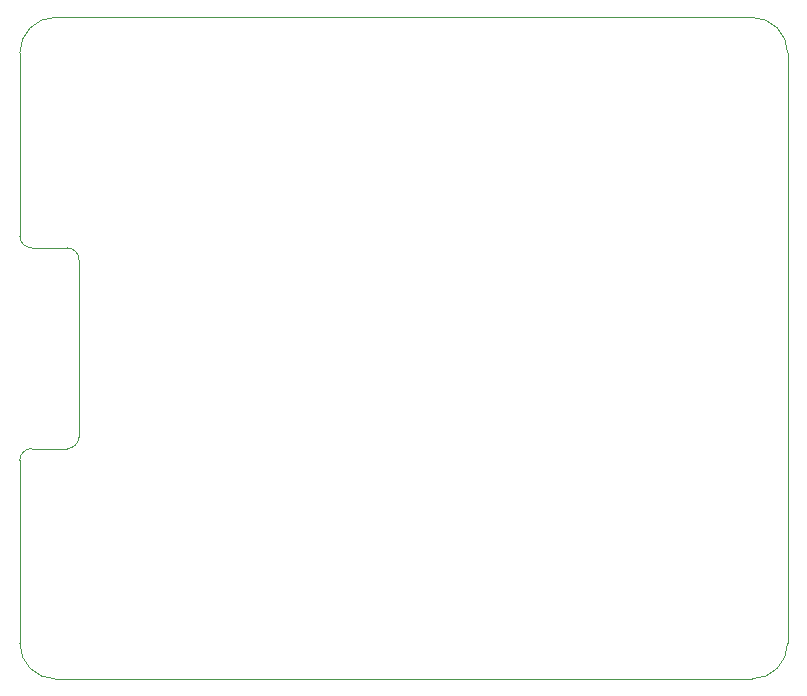
<source format=gm1>
G04 #@! TF.GenerationSoftware,KiCad,Pcbnew,5.0.2+dfsg1-1*
G04 #@! TF.CreationDate,2019-07-13T11:11:04-06:00*
G04 #@! TF.ProjectId,CAT,4341542e-6b69-4636-9164-5f7063625858,0.1*
G04 #@! TF.SameCoordinates,Original*
G04 #@! TF.FileFunction,Profile,NP*
%FSLAX46Y46*%
G04 Gerber Fmt 4.6, Leading zero omitted, Abs format (unit mm)*
G04 Created by KiCad (PCBNEW 5.0.2+dfsg1-1) date Sat 13 Jul 2019 11:11:04 AM MDT*
%MOMM*%
%LPD*%
G01*
G04 APERTURE LIST*
%ADD10C,0.100000*%
G04 APERTURE END LIST*
D10*
X65000000Y-3500000D02*
G75*
G03X62000000Y-500000I-3000000J0D01*
G01*
X3000000Y-500000D02*
X62000000Y-500000D01*
X3000000Y-500000D02*
G75*
G03X0Y-3500000I0J-3000000D01*
G01*
X1000000Y-37000000D02*
G75*
G03X0Y-38000000I0J-1000000D01*
G01*
X4000000Y-37000000D02*
G75*
G03X5000000Y-36000000I0J1000000D01*
G01*
X5000000Y-21000000D02*
G75*
G03X4000000Y-20000000I-1000000J0D01*
G01*
X0Y-19000000D02*
G75*
G03X1000000Y-20000000I1000000J0D01*
G01*
X62000000Y-56500000D02*
G75*
G03X65000000Y-53500000I0J3000000D01*
G01*
X0Y-53500000D02*
G75*
G03X3000000Y-56500000I3000000J0D01*
G01*
X0Y-38000000D02*
X0Y-53500000D01*
X0Y-3500000D02*
X0Y-19000000D01*
X1000000Y-37000000D02*
X4000000Y-37000000D01*
X1000000Y-20000000D02*
X4000000Y-20000000D01*
X5000000Y-21000000D02*
X5000000Y-36000000D01*
X3000000Y-56500000D02*
X62000000Y-56500000D01*
X65000000Y-3500000D02*
X65000000Y-53500000D01*
M02*

</source>
